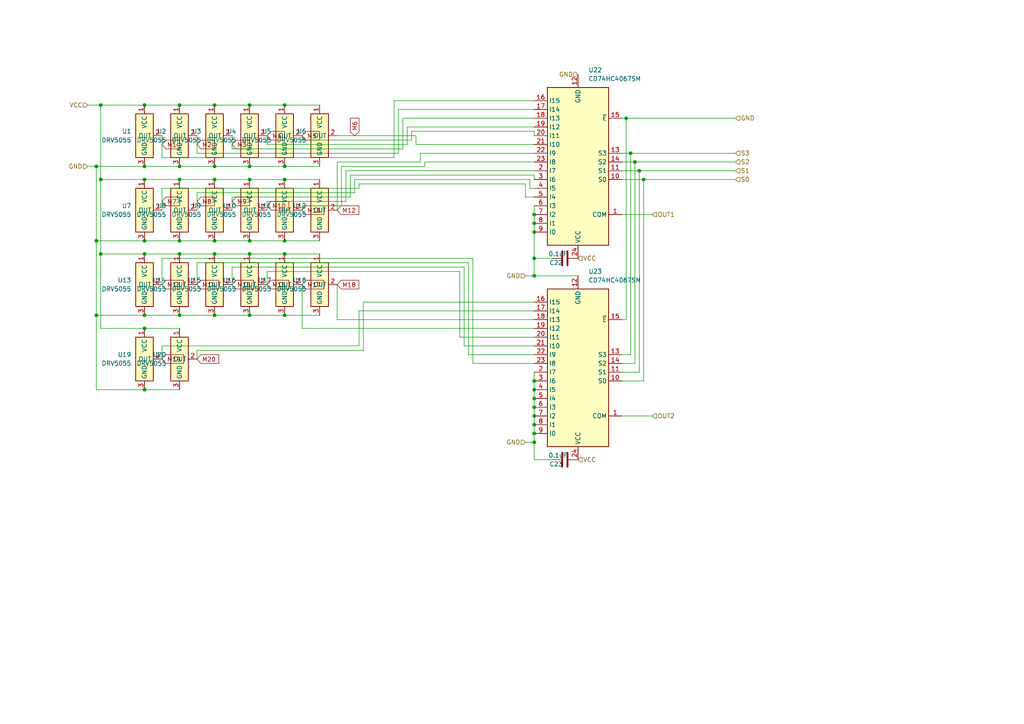
<source format=kicad_sch>
(kicad_sch (version 20231120) (generator "eeschema") (generator_version "8.0")
  (paper "A4")
  (lib_symbols
    (symbol "74xx:CD74HC4067SM"
      (property "Reference" "U" (at -8.89 22.86 0))
      (property "Value" "CD74HC4067SM" (at 1.27 22.86 0))
      (symbol "CD74HC4067SM_0_1"
        (rectangle (start -8.89 21.59) (end 8.89 -24.13) (stroke (width 0.254)) (fill (type background)))
      )
      (symbol "CD74HC4067SM_1_1"
        (pin passive line (at -12.7 12.7 0) (length 3.81) (name "COM") (number "1"))
        (pin input line (at -12.7 2.54 0) (length 3.81) (name "S0") (number "10"))
        (pin input line (at -12.7 0 0) (length 3.81) (name "S1") (number "11"))
        (pin power_in line (at 0 -27.94 90) (length 3.81) (name "GND") (number "12"))
        (pin input line (at -12.7 -5.08 0) (length 3.81) (name "S3") (number "13"))
        (pin input line (at -12.7 -2.54 0) (length 3.81) (name "S2") (number "14"))
        (pin input line (at -12.7 -15.24 0) (length 3.81) (name "~{E}") (number "15"))
        (pin passive line (at 12.7 -20.32 180) (length 3.81) (name "I15") (number "16"))
        (pin passive line (at 12.7 -17.78 180) (length 3.81) (name "I14") (number "17"))
        (pin passive line (at 12.7 -15.24 180) (length 3.81) (name "I13") (number "18"))
        (pin passive line (at 12.7 -12.7 180) (length 3.81) (name "I12") (number "19"))
        (pin passive line (at 12.7 0 180) (length 3.81) (name "I7") (number "2"))
        (pin passive line (at 12.7 -10.16 180) (length 3.81) (name "I11") (number "20"))
        (pin passive line (at 12.7 -7.62 180) (length 3.81) (name "I10") (number "21"))
        (pin passive line (at 12.7 -5.08 180) (length 3.81) (name "I9") (number "22"))
        (pin passive line (at 12.7 -2.54 180) (length 3.81) (name "I8") (number "23"))
        (pin power_in line (at 0 25.4 270) (length 3.81) (name "VCC") (number "24"))
        (pin passive line (at 12.7 2.54 180) (length 3.81) (name "I6") (number "3"))
        (pin passive line (at 12.7 5.08 180) (length 3.81) (name "I5") (number "4"))
        (pin passive line (at 12.7 7.62 180) (length 3.81) (name "I4") (number "5"))
        (pin passive line (at 12.7 10.16 180) (length 3.81) (name "I3") (number "6"))
        (pin passive line (at 12.7 12.7 180) (length 3.81) (name "I2") (number "7"))
        (pin passive line (at 12.7 15.24 180) (length 3.81) (name "I1") (number "8"))
        (pin passive line (at 12.7 17.78 180) (length 3.81) (name "I0") (number "9"))
      )
    )
    (symbol "Device:C" (pin_numbers hide) (pin_names (offset 0.254))
      (property "Reference" "C" (at 0.635 2.54 0))
      (property "Value" "C" (at 0.635 -2.54 0))
      (symbol "C_0_1"
        (polyline (pts (xy -2.032 -0.762) (xy 2.032 -0.762)) (stroke (width 0.508)))
        (polyline (pts (xy -2.032 0.762) (xy 2.032 0.762)) (stroke (width 0.508)))
      )
      (symbol "C_1_1"
        (pin passive line (at 0 3.81 270) (length 2.794) (name "~") (number "1"))
        (pin passive line (at 0 -3.81 90) (length 2.794) (name "~") (number "2"))
      )
    )
    (symbol "Sensor_Magnetic:DRV5055A3xDBZxQ1"
      (property "Reference" "U1" (at -5.842 3.556 0))
      (property "Value" "DRV5055" (at -6.604 1.27 90))
      (symbol "DRV5055A3xDBZxQ1_1_1"
        (rectangle (start -5.08 5.08) (end 0 -7.62) (stroke (width 0.254)) (fill (type background)))
        (pin power_in line (at -2.54 7.62 270) (length 2.54) (name "VCC") (number "1"))
        (pin output line (at 2.54 -1.27 180) (length 2.54) (name "OUT") (number "2"))
        (pin power_in line (at -2.54 -10.16 90) (length 2.54) (name "GND") (number "3"))
      )
    )
  )
  (junction (at 62.23 52.07))
  (junction (at 52.07 91.44))
  (junction (at 82.55 30.48))
  (junction (at 62.23 30.48))
  (junction (at 82.55 48.26))
  (junction (at 27.94 48.26))
  (junction (at 52.07 73.66))
  (junction (at 52.07 48.26))
  (junction (at 154.94 80.01))
  (junction (at 154.94 74.93))
  (junction (at 62.23 48.26))
  (junction (at 52.07 30.48))
  (junction (at 29.21 73.66))
  (junction (at 52.07 69.85))
  (junction (at 27.94 69.85))
  (junction (at 62.23 91.44))
  (junction (at 41.91 95.25))
  (junction (at 29.21 52.07))
  (junction (at 154.94 62.23))
  (junction (at 72.39 48.26))
  (junction (at 154.94 118.11))
  (junction (at 82.55 73.66))
  (junction (at 62.23 69.85))
  (junction (at 154.94 64.77))
  (junction (at 186.69 52.07))
  (junction (at 72.39 73.66))
  (junction (at 154.94 120.65))
  (junction (at 154.94 123.19))
  (junction (at 154.94 113.03))
  (junction (at 182.88 44.45))
  (junction (at 154.94 110.49))
  (junction (at 82.55 91.44))
  (junction (at 72.39 69.85))
  (junction (at 154.94 125.73))
  (junction (at 29.21 30.48))
  (junction (at 62.23 73.66))
  (junction (at 154.94 67.31))
  (junction (at 27.94 91.44))
  (junction (at 52.07 52.07))
  (junction (at 41.91 30.48))
  (junction (at 41.91 52.07))
  (junction (at 154.94 128.27))
  (junction (at 185.42 49.53))
  (junction (at 72.39 52.07))
  (junction (at 41.91 69.85))
  (junction (at 184.15 46.99))
  (junction (at 41.91 113.03))
  (junction (at 82.55 52.07))
  (junction (at 154.94 115.57))
  (junction (at 82.55 69.85))
  (junction (at 41.91 48.26))
  (junction (at 72.39 30.48))
  (junction (at 72.39 91.44))
  (junction (at 41.91 73.66))
  (junction (at 181.61 34.29))
  (junction (at 41.91 91.44))
  (wire (pts (xy 153.67 54.61) (xy 153.67 52.07)))
  (wire (pts (xy 29.21 30.48) (xy 41.91 30.48)))
  (wire (pts (xy 62.23 52.07) (xy 72.39 52.07)))
  (wire (pts (xy 105.41 87.63) (xy 105.41 101.6)))
  (wire (pts (xy 87.63 39.37) (xy 87.63 40.64)))
  (wire (pts (xy 41.91 91.44) (xy 52.07 91.44)))
  (wire (pts (xy 72.39 30.48) (xy 82.55 30.48)))
  (wire (pts (xy 152.4 57.15) (xy 154.94 57.15)))
  (wire (pts (xy 182.88 44.45) (xy 182.88 102.87)))
  (wire (pts (xy 82.55 91.44) (xy 92.71 91.44)))
  (wire (pts (xy 46.99 100.33) (xy 104.14 100.33)))
  (wire (pts (xy 180.34 102.87) (xy 182.88 102.87)))
  (wire (pts (xy 180.34 46.99) (xy 184.15 46.99)))
  (wire (pts (xy 154.94 115.57) (xy 154.94 118.11)))
  (wire (pts (xy 180.34 44.45) (xy 182.88 44.45)))
  (wire (pts (xy 62.23 91.44) (xy 72.39 91.44)))
  (wire (pts (xy 72.39 52.07) (xy 82.55 52.07)))
  (wire (pts (xy 180.34 107.95) (xy 185.42 107.95)))
  (wire (pts (xy 185.42 49.53) (xy 213.36 49.53)))
  (wire (pts (xy 87.63 40.64) (xy 119.38 40.64)))
  (wire (pts (xy 181.61 34.29) (xy 181.61 92.71)))
  (wire (pts (xy 29.21 73.66) (xy 29.21 52.07)))
  (wire (pts (xy 154.94 100.33) (xy 134.62 100.33)))
  (wire (pts (xy 120.65 39.37) (xy 120.65 41.91)))
  (wire (pts (xy 154.94 118.11) (xy 154.94 120.65)))
  (wire (pts (xy 29.21 52.07) (xy 29.21 30.48)))
  (wire (pts (xy 118.11 41.91) (xy 118.11 36.83)))
  (wire (pts (xy 77.47 60.96) (xy 77.47 58.42)))
  (wire (pts (xy 134.62 77.47) (xy 134.62 100.33)))
  (wire (pts (xy 97.79 92.71) (xy 97.79 82.55)))
  (wire (pts (xy 41.91 113.03) (xy 52.07 113.03)))
  (wire (pts (xy 102.87 52.07) (xy 153.67 52.07)))
  (wire (pts (xy 119.38 38.1) (xy 154.94 38.1)))
  (wire (pts (xy 154.94 113.03) (xy 154.94 115.57)))
  (wire (pts (xy 114.3 29.21) (xy 114.3 45.72)))
  (wire (pts (xy 87.63 59.69) (xy 99.06 59.69)))
  (wire (pts (xy 27.94 69.85) (xy 27.94 48.26)))
  (wire (pts (xy 41.91 48.26) (xy 52.07 48.26)))
  (wire (pts (xy 82.55 30.48) (xy 92.71 30.48)))
  (wire (pts (xy 46.99 100.33) (xy 46.99 104.14)))
  (wire (pts (xy 57.15 44.45) (xy 115.57 44.45)))
  (wire (pts (xy 87.63 82.55) (xy 87.63 95.25)))
  (wire (pts (xy 82.55 73.66) (xy 92.71 73.66)))
  (wire (pts (xy 102.87 55.88) (xy 102.87 52.07)))
  (wire (pts (xy 154.94 105.41) (xy 137.16 105.41)))
  (wire (pts (xy 77.47 58.42) (xy 100.33 58.42)))
  (wire (pts (xy 46.99 60.96) (xy 46.99 54.61)))
  (wire (pts (xy 97.79 39.37) (xy 120.65 39.37)))
  (wire (pts (xy 137.16 74.93) (xy 137.16 105.41)))
  (wire (pts (xy 29.21 73.66) (xy 41.91 73.66)))
  (wire (pts (xy 46.99 74.93) (xy 46.99 82.55)))
  (wire (pts (xy 154.94 38.1) (xy 154.94 39.37)))
  (wire (pts (xy 152.4 80.01) (xy 154.94 80.01)))
  (wire (pts (xy 62.23 73.66) (xy 72.39 73.66)))
  (wire (pts (xy 77.47 82.55) (xy 77.47 78.74)))
  (wire (pts (xy 154.94 133.35) (xy 160.02 133.35)))
  (wire (pts (xy 25.4 48.26) (xy 27.94 48.26)))
  (wire (pts (xy 52.07 73.66) (xy 62.23 73.66)))
  (wire (pts (xy 118.11 36.83) (xy 154.94 36.83)))
  (wire (pts (xy 180.34 120.65) (xy 189.23 120.65)))
  (wire (pts (xy 57.15 101.6) (xy 105.41 101.6)))
  (wire (pts (xy 154.94 120.65) (xy 154.94 123.19)))
  (wire (pts (xy 100.33 58.42) (xy 100.33 49.53)))
  (wire (pts (xy 41.91 73.66) (xy 52.07 73.66)))
  (wire (pts (xy 41.91 69.85) (xy 52.07 69.85)))
  (wire (pts (xy 41.91 52.07) (xy 52.07 52.07)))
  (wire (pts (xy 100.33 49.53) (xy 154.94 49.53)))
  (wire (pts (xy 185.42 107.95) (xy 185.42 49.53)))
  (wire (pts (xy 101.6 57.15) (xy 101.6 50.8)))
  (wire (pts (xy 99.06 59.69) (xy 99.06 48.26)))
  (wire (pts (xy 180.34 62.23) (xy 189.23 62.23)))
  (wire (pts (xy 186.69 110.49) (xy 186.69 52.07)))
  (wire (pts (xy 154.94 102.87) (xy 135.89 102.87)))
  (wire (pts (xy 77.47 39.37) (xy 77.47 41.91)))
  (wire (pts (xy 154.94 125.73) (xy 154.94 128.27)))
  (wire (pts (xy 154.94 128.27) (xy 152.4 128.27)))
  (wire (pts (xy 29.21 52.07) (xy 41.91 52.07)))
  (wire (pts (xy 133.35 78.74) (xy 133.35 97.79)))
  (wire (pts (xy 67.31 60.96) (xy 67.31 57.15)))
  (wire (pts (xy 120.65 41.91) (xy 154.94 41.91)))
  (wire (pts (xy 46.99 54.61) (xy 104.14 54.61)))
  (wire (pts (xy 29.21 95.25) (xy 41.91 95.25)))
  (wire (pts (xy 181.61 34.29) (xy 180.34 34.29)))
  (wire (pts (xy 27.94 113.03) (xy 41.91 113.03)))
  (wire (pts (xy 154.94 64.77) (xy 154.94 67.31)))
  (wire (pts (xy 72.39 69.85) (xy 82.55 69.85)))
  (wire (pts (xy 82.55 52.07) (xy 92.71 52.07)))
  (wire (pts (xy 46.99 45.72) (xy 114.3 45.72)))
  (wire (pts (xy 99.06 48.26) (xy 123.19 48.26)))
  (wire (pts (xy 154.94 123.19) (xy 154.94 125.73)))
  (wire (pts (xy 57.15 104.14) (xy 57.15 101.6)))
  (wire (pts (xy 27.94 113.03) (xy 27.94 91.44)))
  (wire (pts (xy 154.94 62.23) (xy 154.94 64.77)))
  (wire (pts (xy 104.14 54.61) (xy 104.14 53.34)))
  (wire (pts (xy 82.55 69.85) (xy 92.71 69.85)))
  (wire (pts (xy 184.15 46.99) (xy 213.36 46.99)))
  (wire (pts (xy 154.94 95.25) (xy 87.63 95.25)))
  (wire (pts (xy 184.15 46.99) (xy 184.15 105.41)))
  (wire (pts (xy 27.94 91.44) (xy 41.91 91.44)))
  (wire (pts (xy 135.89 76.2) (xy 135.89 102.87)))
  (wire (pts (xy 52.07 48.26) (xy 62.23 48.26)))
  (wire (pts (xy 67.31 57.15) (xy 101.6 57.15)))
  (wire (pts (xy 180.34 105.41) (xy 184.15 105.41)))
  (wire (pts (xy 121.92 44.45) (xy 154.94 44.45)))
  (wire (pts (xy 154.94 74.93) (xy 160.02 74.93)))
  (wire (pts (xy 116.84 43.18) (xy 116.84 34.29)))
  (wire (pts (xy 114.3 29.21) (xy 154.94 29.21)))
  (wire (pts (xy 121.92 46.99) (xy 121.92 44.45)))
  (wire (pts (xy 104.14 90.17) (xy 104.14 100.33)))
  (wire (pts (xy 52.07 69.85) (xy 62.23 69.85)))
  (wire (pts (xy 97.79 92.71) (xy 154.94 92.71)))
  (wire (pts (xy 67.31 82.55) (xy 67.31 77.47)))
  (wire (pts (xy 97.79 60.96) (xy 97.79 46.99)))
  (wire (pts (xy 46.99 74.93) (xy 137.16 74.93)))
  (wire (pts (xy 154.94 110.49) (xy 154.94 113.03)))
  (wire (pts (xy 123.19 46.99) (xy 154.94 46.99)))
  (wire (pts (xy 104.14 53.34) (xy 152.4 53.34)))
  (wire (pts (xy 77.47 78.74) (xy 133.35 78.74)))
  (wire (pts (xy 115.57 31.75) (xy 154.94 31.75)))
  (wire (pts (xy 57.15 76.2) (xy 135.89 76.2)))
  (wire (pts (xy 72.39 91.44) (xy 82.55 91.44)))
  (wire (pts (xy 72.39 73.66) (xy 82.55 73.66)))
  (wire (pts (xy 27.94 48.26) (xy 41.91 48.26)))
  (wire (pts (xy 67.31 43.18) (xy 116.84 43.18)))
  (wire (pts (xy 41.91 95.25) (xy 52.07 95.25)))
  (wire (pts (xy 213.36 34.29) (xy 181.61 34.29)))
  (wire (pts (xy 67.31 39.37) (xy 67.31 43.18)))
  (wire (pts (xy 119.38 40.64) (xy 119.38 38.1)))
  (wire (pts (xy 154.94 80.01) (xy 167.64 80.01)))
  (wire (pts (xy 57.15 55.88) (xy 102.87 55.88)))
  (wire (pts (xy 152.4 53.34) (xy 152.4 57.15)))
  (wire (pts (xy 116.84 34.29) (xy 154.94 34.29)))
  (wire (pts (xy 87.63 60.96) (xy 87.63 59.69)))
  (wire (pts (xy 52.07 30.48) (xy 62.23 30.48)))
  (wire (pts (xy 77.47 41.91) (xy 118.11 41.91)))
  (wire (pts (xy 154.94 67.31) (xy 154.94 74.93)))
  (wire (pts (xy 82.55 48.26) (xy 92.71 48.26)))
  (wire (pts (xy 41.91 30.48) (xy 52.07 30.48)))
  (wire (pts (xy 52.07 52.07) (xy 62.23 52.07)))
  (wire (pts (xy 67.31 77.47) (xy 134.62 77.47)))
  (wire (pts (xy 154.94 90.17) (xy 104.14 90.17)))
  (wire (pts (xy 180.34 52.07) (xy 186.69 52.07)))
  (wire (pts (xy 46.99 39.37) (xy 46.99 45.72)))
  (wire (pts (xy 62.23 69.85) (xy 72.39 69.85)))
  (wire (pts (xy 154.94 97.79) (xy 133.35 97.79)))
  (wire (pts (xy 154.94 107.95) (xy 154.94 110.49)))
  (wire (pts (xy 154.94 50.8) (xy 154.94 52.07)))
  (wire (pts (xy 97.79 46.99) (xy 121.92 46.99)))
  (wire (pts (xy 52.07 91.44) (xy 62.23 91.44)))
  (wire (pts (xy 101.6 50.8) (xy 154.94 50.8)))
  (wire (pts (xy 154.94 59.69) (xy 154.94 62.23)))
  (wire (pts (xy 180.34 110.49) (xy 186.69 110.49)))
  (wire (pts (xy 29.21 95.25) (xy 29.21 73.66)))
  (wire (pts (xy 57.15 39.37) (xy 57.15 44.45)))
  (wire (pts (xy 182.88 44.45) (xy 213.36 44.45)))
  (wire (pts (xy 180.34 49.53) (xy 185.42 49.53)))
  (wire (pts (xy 27.94 69.85) (xy 41.91 69.85)))
  (wire (pts (xy 154.94 87.63) (xy 105.41 87.63)))
  (wire (pts (xy 154.94 54.61) (xy 153.67 54.61)))
  (wire (pts (xy 115.57 44.45) (xy 115.57 31.75)))
  (wire (pts (xy 27.94 91.44) (xy 27.94 69.85)))
  (wire (pts (xy 154.94 74.93) (xy 154.94 80.01)))
  (wire (pts (xy 154.94 128.27) (xy 154.94 133.35)))
  (wire (pts (xy 62.23 48.26) (xy 72.39 48.26)))
  (wire (pts (xy 57.15 60.96) (xy 57.15 55.88)))
  (wire (pts (xy 72.39 48.26) (xy 82.55 48.26)))
  (wire (pts (xy 186.69 52.07) (xy 213.36 52.07)))
  (wire (pts (xy 25.4 30.48) (xy 29.21 30.48)))
  (wire (pts (xy 57.15 82.55) (xy 57.15 76.2)))
  (wire (pts (xy 62.23 30.48) (xy 72.39 30.48)))
  (wire (pts (xy 123.19 48.26) (xy 123.19 46.99)))
  (wire (pts (xy 180.34 92.71) (xy 181.61 92.71)))
  (global_label "M11" (shape input) (at 87.63 60.96 0) (property "Intersheetrefs" "${INTERSHEET_REFS}" (effects (hide yes))))
  (global_label "M19" (shape input) (at 46.99 104.14 0) (property "Intersheetrefs" "${INTERSHEET_REFS}" (effects (hide yes))))
  (global_label "M10" (shape input) (at 77.47 59.69 0) (property "Intersheetrefs" "${INTERSHEET_REFS}" (effects (hide yes))))
  (global_label "M9" (shape input) (at 67.31 58.42 0) (property "Intersheetrefs" "${INTERSHEET_REFS}" (effects (hide yes))))
  (global_label "M8" (shape input) (at 57.15 58.42 0) (property "Intersheetrefs" "${INTERSHEET_REFS}" (effects (hide yes))))
  (global_label "M1" (shape input) (at 46.99 41.91 0) (property "Intersheetrefs" "${INTERSHEET_REFS}" (effects (hide yes))))
  (global_label "M2" (shape input) (at 57.15 41.91 0) (property "Intersheetrefs" "${INTERSHEET_REFS}" (effects (hide yes))))
  (global_label "M6" (shape input) (at 102.87 39.37 90) (property "Intersheetrefs" "${INTERSHEET_REFS}" (effects (hide yes))))
  (global_label "M4" (shape input) (at 77.47 39.37 0) (property "Intersheetrefs" "${INTERSHEET_REFS}" (effects (hide yes))))
  (global_label "M16" (shape input) (at 77.47 82.55 0) (property "Intersheetrefs" "${INTERSHEET_REFS}" (effects (hide yes))))
  (global_label "M12" (shape input) (at 97.79 60.96 0) (property "Intersheetrefs" "${INTERSHEET_REFS}" (effects (hide yes))))
  (global_label "M14" (shape input) (at 57.15 82.55 0) (property "Intersheetrefs" "${INTERSHEET_REFS}" (effects (hide yes))))
  (global_label "M20" (shape input) (at 57.15 104.14 0) (property "Intersheetrefs" "${INTERSHEET_REFS}" (effects (hide yes))))
  (global_label "M3" (shape input) (at 67.31 41.91 0) (property "Intersheetrefs" "${INTERSHEET_REFS}" (effects (hide yes))))
  (global_label "M13" (shape input) (at 46.99 82.55 0) (property "Intersheetrefs" "${INTERSHEET_REFS}" (effects (hide yes))))
  (global_label "M18" (shape input) (at 97.79 82.55 0) (property "Intersheetrefs" "${INTERSHEET_REFS}" (effects (hide yes))))
  (global_label "M17" (shape input) (at 87.63 82.55 0) (property "Intersheetrefs" "${INTERSHEET_REFS}" (effects (hide yes))))
  (global_label "M7" (shape input) (at 46.99 58.42 0) (property "Intersheetrefs" "${INTERSHEET_REFS}" (effects (hide yes))))
  (global_label "M15" (shape input) (at 67.31 82.55 0) (property "Intersheetrefs" "${INTERSHEET_REFS}" (effects (hide yes))))
  (global_label "M5" (shape input) (at 87.63 39.37 0) (property "Intersheetrefs" "${INTERSHEET_REFS}" (effects (hide yes))))
  (hierarchical_label "OUT2" (shape input) (at 189.23 120.65 0))
  (hierarchical_label "S2" (shape input) (at 213.36 46.99 0))
  (hierarchical_label "VCC" (shape input) (at 167.64 74.93 0))
  (hierarchical_label "GND" (shape input) (at 152.4 128.27 180))
  (hierarchical_label "GND" (shape input) (at 25.4 48.26 180))
  (hierarchical_label "GND" (shape input) (at 152.4 80.01 180))
  (hierarchical_label "S0" (shape input) (at 213.36 52.07 0))
  (hierarchical_label "GND" (shape input) (at 213.36 34.29 0))
  (hierarchical_label "VCC" (shape input) (at 25.4 30.48 180))
  (hierarchical_label "OUT1" (shape input) (at 189.23 62.23 0))
  (hierarchical_label "S3" (shape input) (at 213.36 44.45 0))
  (hierarchical_label "VCC" (shape input) (at 167.64 133.35 0))
  (hierarchical_label "GND" (shape input) (at 167.64 21.59 180))
  (hierarchical_label "S1" (shape input) (at 213.36 49.53 0))
  (symbol (lib_id "Sensor_Magnetic:DRV5055A3xDBZxQ1") (at 54.61 102.87 0) (unit 1)
    (property "Reference" "U20" (at 48.26 102.8699 0) (effects (justify right)))
    (property "Value" "DRV5055" (at 48.26 105.4099 0) (effects (justify right)))
    (property "Footprint" "Package_TO_SOT_SMD:SOT-23" (effects (hide yes)))
    (property "Datasheet" "https://www.ti.com/lit/ds/symlink/drv5055-q1.pdf" (effects (hide yes)))
    (property "Description" "25 mV/mT,±85-mT, 20-kHz, 3.3/5V, SOT-23" (effects (hide yes)))
    (instances (project "unchat_keeb_v2" (path "" (reference "U20") (unit 1)) (path "" (reference "U70") (unit 1))))
  )
  (symbol (lib_id "Sensor_Magnetic:DRV5055A3xDBZxQ1") (at 74.93 81.28 0) (unit 1)
    (property "Reference" "U16" (at 68.58 81.2799 0) (effects (justify right)))
    (property "Value" "DRV5055" (at 68.58 83.8199 0) (effects (justify right)))
    (property "Footprint" "Package_TO_SOT_SMD:SOT-23" (effects (hide yes)))
    (property "Datasheet" "https://www.ti.com/lit/ds/symlink/drv5055-q1.pdf" (effects (hide yes)))
    (property "Description" "25 mV/mT,±85-mT, 20-kHz, 3.3/5V, SOT-23" (effects (hide yes)))
    (instances (project "unchat_keeb_v2" (path "" (reference "U16") (unit 1)) (path "" (reference "U66") (unit 1))))
  )
  (symbol (lib_id "74xx:CD74HC4067SM") (at 167.64 49.53 180) (unit 1)
    (property "Reference" "U22" (at 170.6565 20.32 0) (effects (justify right)))
    (property "Value" "CD74HC4067SM" (at 170.6565 22.86 0) (effects (justify right)))
    (property "Footprint" "Package_SO:SSOP-24_5.3x8.2mm_P0.65mm" (effects (hide yes)))
    (property "Datasheet" "http://www.ti.com/lit/ds/symlink/cd74hc4067.pdf" (effects (hide yes)))
    (property "Description" "High-Speed CMOS Logic 16-Channel Analog Multiplexer/Demultiplexer, SSOP-24" (effects (hide yes)))
    (instances (project "" (path "" (reference "U22") (unit 1)) (path "" (reference "U72") (unit 1))))
  )
  (symbol (lib_id "Device:C") (at 163.83 74.93 90) (mirror x) (unit 1)
    (property "Reference" "C22" (at 161.29 76.2 90))
    (property "Value" "0.1uF" (at 161.798 73.66 90))
    (property "Footprint" "Capacitor_SMD:C_0805_2012Metric_Pad1.18x1.45mm_HandSolder" (effects (hide yes)))
    (property "Description" "Unpolarized capacitor" (effects (hide yes)))
    (instances (project "" (path "" (reference "C22") (unit 1)) (path "" (reference "C72") (unit 1))))
  )
  (symbol (lib_id "Sensor_Magnetic:DRV5055A3xDBZxQ1") (at 95.25 59.69 0) (unit 1)
    (property "Reference" "U12" (at 88.9 59.6899 0) (effects (justify right)))
    (property "Value" "DRV5055" (at 88.9 62.2299 0) (effects (justify right)))
    (property "Footprint" "Package_TO_SOT_SMD:SOT-23" (effects (hide yes)))
    (property "Datasheet" "https://www.ti.com/lit/ds/symlink/drv5055-q1.pdf" (effects (hide yes)))
    (property "Description" "25 mV/mT,±85-mT, 20-kHz, 3.3/5V, SOT-23" (effects (hide yes)))
    (instances (project "unchat_keeb_v2" (path "" (reference "U12") (unit 1)) (path "" (reference "U62") (unit 1))))
  )
  (symbol (lib_id "74xx:CD74HC4067SM") (at 167.64 107.95 180) (unit 1)
    (property "Reference" "U23" (at 170.6565 78.74 0) (effects (justify right)))
    (property "Value" "CD74HC4067SM" (at 170.6565 81.28 0) (effects (justify right)))
    (property "Footprint" "Package_SO:SSOP-24_5.3x8.2mm_P0.65mm" (effects (hide yes)))
    (property "Datasheet" "http://www.ti.com/lit/ds/symlink/cd74hc4067.pdf" (effects (hide yes)))
    (property "Description" "High-Speed CMOS Logic 16-Channel Analog Multiplexer/Demultiplexer, SSOP-24" (effects (hide yes)))
    (instances (project "unchat_keeb_v2" (path "" (reference "U23") (unit 1)) (path "" (reference "U73") (unit 1))))
  )
  (symbol (lib_id "Sensor_Magnetic:DRV5055A3xDBZxQ1") (at 95.25 38.1 0) (unit 1)
    (property "Reference" "U6" (at 88.9 38.0999 0) (effects (justify right)))
    (property "Value" "DRV5055" (at 88.9 40.6399 0) (effects (justify right)))
    (property "Footprint" "Package_TO_SOT_SMD:SOT-23" (effects (hide yes)))
    (property "Datasheet" "https://www.ti.com/lit/ds/symlink/drv5055-q1.pdf" (effects (hide yes)))
    (property "Description" "25 mV/mT,±85-mT, 20-kHz, 3.3/5V, SOT-23" (effects (hide yes)))
    (instances (project "unchat_keeb_v2" (path "" (reference "U6") (unit 1)) (path "" (reference "U56") (unit 1))))
  )
  (symbol (lib_id "Sensor_Magnetic:DRV5055A3xDBZxQ1") (at 85.09 59.69 0) (unit 1)
    (property "Reference" "U11" (at 78.74 59.6899 0) (effects (justify right)))
    (property "Value" "DRV5055" (at 78.74 62.2299 0) (effects (justify right)))
    (property "Footprint" "Package_TO_SOT_SMD:SOT-23" (effects (hide yes)))
    (property "Datasheet" "https://www.ti.com/lit/ds/symlink/drv5055-q1.pdf" (effects (hide yes)))
    (property "Description" "25 mV/mT,±85-mT, 20-kHz, 3.3/5V, SOT-23" (effects (hide yes)))
    (instances (project "unchat_keeb_v2" (path "" (reference "U11") (unit 1)) (path "" (reference "U61") (unit 1))))
  )
  (symbol (lib_id "Sensor_Magnetic:DRV5055A3xDBZxQ1") (at 64.77 81.28 0) (unit 1)
    (property "Reference" "U15" (at 58.42 81.2799 0) (effects (justify right)))
    (property "Value" "DRV5055" (at 58.42 83.8199 0) (effects (justify right)))
    (property "Footprint" "Package_TO_SOT_SMD:SOT-23" (effects (hide yes)))
    (property "Datasheet" "https://www.ti.com/lit/ds/symlink/drv5055-q1.pdf" (effects (hide yes)))
    (property "Description" "25 mV/mT,±85-mT, 20-kHz, 3.3/5V, SOT-23" (effects (hide yes)))
    (instances (project "unchat_keeb_v2" (path "" (reference "U15") (unit 1)) (path "" (reference "U65") (unit 1))))
  )
  (symbol (lib_id "Sensor_Magnetic:DRV5055A3xDBZxQ1") (at 54.61 38.1 0) (unit 1)
    (property "Reference" "U2" (at 48.26 38.0999 0) (effects (justify right)))
    (property "Value" "DRV5055" (at 48.26 40.6399 0) (effects (justify right)))
    (property "Footprint" "Package_TO_SOT_SMD:SOT-23" (effects (hide yes)))
    (property "Datasheet" "https://www.ti.com/lit/ds/symlink/drv5055-q1.pdf" (effects (hide yes)))
    (property "Description" "25 mV/mT,±85-mT, 20-kHz, 3.3/5V, SOT-23" (effects (hide yes)))
    (instances (project "unchat_keeb_v2" (path "" (reference "U2") (unit 1)) (path "" (reference "U52") (unit 1))))
  )
  (symbol (lib_id "Sensor_Magnetic:DRV5055A3xDBZxQ1") (at 85.09 81.28 0) (unit 1)
    (property "Reference" "U17" (at 78.74 81.2799 0) (effects (justify right)))
    (property "Value" "DRV5055" (at 78.74 83.8199 0) (effects (justify right)))
    (property "Footprint" "Package_TO_SOT_SMD:SOT-23" (effects (hide yes)))
    (property "Datasheet" "https://www.ti.com/lit/ds/symlink/drv5055-q1.pdf" (effects (hide yes)))
    (property "Description" "25 mV/mT,±85-mT, 20-kHz, 3.3/5V, SOT-23" (effects (hide yes)))
    (instances (project "unchat_keeb_v2" (path "" (reference "U17") (unit 1)) (path "" (reference "U67") (unit 1))))
  )
  (symbol (lib_id "Sensor_Magnetic:DRV5055A3xDBZxQ1") (at 74.93 38.1 0) (unit 1)
    (property "Reference" "U4" (at 68.58 38.0999 0) (effects (justify right)))
    (property "Value" "DRV5055" (at 68.58 40.6399 0) (effects (justify right)))
    (property "Footprint" "Package_TO_SOT_SMD:SOT-23" (effects (hide yes)))
    (property "Datasheet" "https://www.ti.com/lit/ds/symlink/drv5055-q1.pdf" (effects (hide yes)))
    (property "Description" "25 mV/mT,±85-mT, 20-kHz, 3.3/5V, SOT-23" (effects (hide yes)))
    (instances (project "unchat_keeb_v2" (path "" (reference "U4") (unit 1)) (path "" (reference "U54") (unit 1))))
  )
  (symbol (lib_id "Sensor_Magnetic:DRV5055A3xDBZxQ1") (at 74.93 59.69 0) (unit 1)
    (property "Reference" "U10" (at 68.58 59.6899 0) (effects (justify right)))
    (property "Value" "DRV5055" (at 68.58 62.2299 0) (effects (justify right)))
    (property "Footprint" "Package_TO_SOT_SMD:SOT-23" (effects (hide yes)))
    (property "Datasheet" "https://www.ti.com/lit/ds/symlink/drv5055-q1.pdf" (effects (hide yes)))
    (property "Description" "25 mV/mT,±85-mT, 20-kHz, 3.3/5V, SOT-23" (effects (hide yes)))
    (instances (project "unchat_keeb_v2" (path "" (reference "U10") (unit 1)) (path "" (reference "U60") (unit 1))))
  )
  (symbol (lib_id "Sensor_Magnetic:DRV5055A3xDBZxQ1") (at 54.61 81.28 0) (unit 1)
    (property "Reference" "U14" (at 48.26 81.2799 0) (effects (justify right)))
    (property "Value" "DRV5055" (at 48.26 83.8199 0) (effects (justify right)))
    (property "Footprint" "Package_TO_SOT_SMD:SOT-23" (effects (hide yes)))
    (property "Datasheet" "https://www.ti.com/lit/ds/symlink/drv5055-q1.pdf" (effects (hide yes)))
    (property "Description" "25 mV/mT,±85-mT, 20-kHz, 3.3/5V, SOT-23" (effects (hide yes)))
    (instances (project "unchat_keeb_v2" (path "" (reference "U14") (unit 1)) (path "" (reference "U64") (unit 1))))
  )
  (symbol (lib_id "Sensor_Magnetic:DRV5055A3xDBZxQ1") (at 44.45 38.1 0) (unit 1)
    (property "Reference" "U1" (at 38.1 38.0999 0) (effects (justify right)))
    (property "Value" "DRV5055" (at 38.1 40.6399 0) (effects (justify right)))
    (property "Footprint" "Package_TO_SOT_SMD:SOT-23" (effects (hide yes)))
    (property "Datasheet" "https://www.ti.com/lit/ds/symlink/drv5055-q1.pdf" (effects (hide yes)))
    (property "Description" "25 mV/mT,±85-mT, 20-kHz, 3.3/5V, SOT-23" (effects (hide yes)))
    (instances (project "unchat_keeb_v2" (path "" (reference "U1") (unit 1)) (path "" (reference "U51") (unit 1))))
  )
  (symbol (lib_id "Sensor_Magnetic:DRV5055A3xDBZxQ1") (at 44.45 81.28 0) (unit 1)
    (property "Reference" "U13" (at 38.1 81.2799 0) (effects (justify right)))
    (property "Value" "DRV5055" (at 38.1 83.8199 0) (effects (justify right)))
    (property "Footprint" "Package_TO_SOT_SMD:SOT-23" (effects (hide yes)))
    (property "Datasheet" "https://www.ti.com/lit/ds/symlink/drv5055-q1.pdf" (effects (hide yes)))
    (property "Description" "25 mV/mT,±85-mT, 20-kHz, 3.3/5V, SOT-23" (effects (hide yes)))
    (instances (project "unchat_keeb_v2" (path "" (reference "U13") (unit 1)) (path "" (reference "U63") (unit 1))))
  )
  (symbol (lib_id "Sensor_Magnetic:DRV5055A3xDBZxQ1") (at 44.45 59.69 0) (unit 1)
    (property "Reference" "U7" (at 38.1 59.6899 0) (effects (justify right)))
    (property "Value" "DRV5055" (at 38.1 62.2299 0) (effects (justify right)))
    (property "Footprint" "Package_TO_SOT_SMD:SOT-23" (effects (hide yes)))
    (property "Datasheet" "https://www.ti.com/lit/ds/symlink/drv5055-q1.pdf" (effects (hide yes)))
    (property "Description" "25 mV/mT,±85-mT, 20-kHz, 3.3/5V, SOT-23" (effects (hide yes)))
    (instances (project "unchat_keeb_v2" (path "" (reference "U7") (unit 1)) (path "" (reference "U57") (unit 1))))
  )
  (symbol (lib_id "Device:C") (at 163.83 133.35 90) (unit 1)
    (property "Reference" "C23" (at 161.29 134.62 90))
    (property "Value" "0.1uF" (at 161.798 132.08 90))
    (property "Footprint" "Capacitor_SMD:C_0805_2012Metric_Pad1.18x1.45mm_HandSolder" (effects (hide yes)))
    (property "Description" "Unpolarized capacitor" (effects (hide yes)))
    (instances (project "unchat_keeb_v2" (path "" (reference "C23") (unit 1)) (path "" (reference "C73") (unit 1))))
  )
  (symbol (lib_id "Sensor_Magnetic:DRV5055A3xDBZxQ1") (at 64.77 38.1 0) (unit 1)
    (property "Reference" "U3" (at 58.42 38.0999 0) (effects (justify right)))
    (property "Value" "DRV5055" (at 58.42 40.6399 0) (effects (justify right)))
    (property "Footprint" "Package_TO_SOT_SMD:SOT-23" (effects (hide yes)))
    (property "Datasheet" "https://www.ti.com/lit/ds/symlink/drv5055-q1.pdf" (effects (hide yes)))
    (property "Description" "25 mV/mT,±85-mT, 20-kHz, 3.3/5V, SOT-23" (effects (hide yes)))
    (instances (project "unchat_keeb_v2" (path "" (reference "U3") (unit 1)) (path "" (reference "U53") (unit 1))))
  )
  (symbol (lib_id "Sensor_Magnetic:DRV5055A3xDBZxQ1") (at 54.61 59.69 0) (unit 1)
    (property "Reference" "U8" (at 48.26 59.6899 0) (effects (justify right)))
    (property "Value" "DRV5055" (at 48.26 62.2299 0) (effects (justify right)))
    (property "Footprint" "Package_TO_SOT_SMD:SOT-23" (effects (hide yes)))
    (property "Datasheet" "https://www.ti.com/lit/ds/symlink/drv5055-q1.pdf" (effects (hide yes)))
    (property "Description" "25 mV/mT,±85-mT, 20-kHz, 3.3/5V, SOT-23" (effects (hide yes)))
    (instances (project "unchat_keeb_v2" (path "" (reference "U8") (unit 1)) (path "" (reference "U58") (unit 1))))
  )
  (symbol (lib_id "Sensor_Magnetic:DRV5055A3xDBZxQ1") (at 64.77 59.69 0) (unit 1)
    (property "Reference" "U9" (at 58.42 59.6899 0) (effects (justify right)))
    (property "Value" "DRV5055" (at 58.42 62.2299 0) (effects (justify right)))
    (property "Footprint" "Package_TO_SOT_SMD:SOT-23" (effects (hide yes)))
    (property "Datasheet" "https://www.ti.com/lit/ds/symlink/drv5055-q1.pdf" (effects (hide yes)))
    (property "Description" "25 mV/mT,±85-mT, 20-kHz, 3.3/5V, SOT-23" (effects (hide yes)))
    (instances (project "unchat_keeb_v2" (path "" (reference "U9") (unit 1)) (path "" (reference "U59") (unit 1))))
  )
  (symbol (lib_id "Sensor_Magnetic:DRV5055A3xDBZxQ1") (at 95.25 81.28 0) (unit 1)
    (property "Reference" "U18" (at 88.9 81.2799 0) (effects (justify right)))
    (property "Value" "DRV5055" (at 88.9 83.8199 0) (effects (justify right)))
    (property "Footprint" "Package_TO_SOT_SMD:SOT-23" (effects (hide yes)))
    (property "Datasheet" "https://www.ti.com/lit/ds/symlink/drv5055-q1.pdf" (effects (hide yes)))
    (property "Description" "25 mV/mT,±85-mT, 20-kHz, 3.3/5V, SOT-23" (effects (hide yes)))
    (instances (project "unchat_keeb_v2" (path "" (reference "U18") (unit 1)) (path "" (reference "U68") (unit 1))))
  )
  (symbol (lib_id "Sensor_Magnetic:DRV5055A3xDBZxQ1") (at 85.09 38.1 0) (unit 1)
    (property "Reference" "U5" (at 78.74 38.0999 0) (effects (justify right)))
    (property "Value" "DRV5055" (at 78.74 40.6399 0) (effects (justify right)))
    (property "Footprint" "Package_TO_SOT_SMD:SOT-23" (effects (hide yes)))
    (property "Datasheet" "https://www.ti.com/lit/ds/symlink/drv5055-q1.pdf" (effects (hide yes)))
    (property "Description" "25 mV/mT,±85-mT, 20-kHz, 3.3/5V, SOT-23" (effects (hide yes)))
    (instances (project "unchat_keeb_v2" (path "" (reference "U5") (unit 1)) (path "" (reference "U55") (unit 1))))
  )
  (symbol (lib_id "Sensor_Magnetic:DRV5055A3xDBZxQ1") (at 44.45 102.87 0) (unit 1)
    (property "Reference" "U19" (at 38.1 102.8699 0) (effects (justify right)))
    (property "Value" "DRV5055" (at 38.1 105.4099 0) (effects (justify right)))
    (property "Footprint" "Package_TO_SOT_SMD:SOT-23" (effects (hide yes)))
    (property "Datasheet" "https://www.ti.com/lit/ds/symlink/drv5055-q1.pdf" (effects (hide yes)))
    (property "Description" "25 mV/mT,±85-mT, 20-kHz, 3.3/5V, SOT-23" (effects (hide yes)))
    (instances (project "unchat_keeb_v2" (path "" (reference "U19") (unit 1)) (path "" (reference "U69") (unit 1))))
  )
)
</source>
